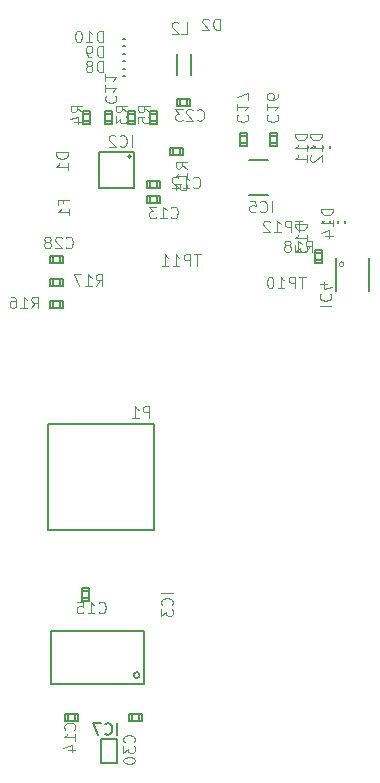
<source format=gbr>
G04 #@! TF.GenerationSoftware,KiCad,Pcbnew,5.0.2-bee76a0~70~ubuntu18.04.1*
G04 #@! TF.CreationDate,2019-10-21T17:09:24+02:00*
G04 #@! TF.ProjectId,easyhive_1_3,65617379-6869-4766-955f-315f332e6b69,rev?*
G04 #@! TF.SameCoordinates,Original*
G04 #@! TF.FileFunction,Legend,Bot*
G04 #@! TF.FilePolarity,Positive*
%FSLAX46Y46*%
G04 Gerber Fmt 4.6, Leading zero omitted, Abs format (unit mm)*
G04 Created by KiCad (PCBNEW 5.0.2-bee76a0~70~ubuntu18.04.1) date Mo 21 Okt 2019 17:09:24 CEST*
%MOMM*%
%LPD*%
G01*
G04 APERTURE LIST*
%ADD10C,0.127000*%
%ADD11C,0.152400*%
%ADD12C,0.100000*%
%ADD13C,0.203200*%
%ADD14C,0.150000*%
%ADD15C,0.096520*%
G04 APERTURE END LIST*
D10*
G04 #@! TO.C,IC3*
X144411100Y-125588600D02*
G75*
G03X144411100Y-125588600I-250000J0D01*
G01*
X144811100Y-126338600D02*
X144811100Y-121838600D01*
X136861100Y-126338600D02*
X144811100Y-126338600D01*
X136861100Y-121838600D02*
X136861100Y-126338600D01*
X144811100Y-121838600D02*
X136861100Y-121838600D01*
G04 #@! TO.C,C11*
X141450000Y-78050000D02*
X142050000Y-78050000D01*
X141450000Y-78650000D02*
X142050000Y-78650000D01*
X141450000Y-78050000D02*
X141450000Y-77800000D01*
X141450000Y-78650000D02*
X141450000Y-78050000D01*
X141450000Y-78900000D02*
X141450000Y-78650000D01*
X142050000Y-78050000D02*
X142050000Y-77800000D01*
X142050000Y-78650000D02*
X142050000Y-78050000D01*
X142050000Y-78900000D02*
X142050000Y-78650000D01*
X141450000Y-77800000D02*
X142050000Y-77800000D01*
X141450000Y-78900000D02*
X142050000Y-78900000D01*
G04 #@! TO.C,C12*
X145906100Y-83783600D02*
X145906100Y-84383600D01*
X145306100Y-83783600D02*
X145306100Y-84383600D01*
X145906100Y-83783600D02*
X146156100Y-83783600D01*
X145306100Y-83783600D02*
X145906100Y-83783600D01*
X145056100Y-83783600D02*
X145306100Y-83783600D01*
X145906100Y-84383600D02*
X146156100Y-84383600D01*
X145306100Y-84383600D02*
X145906100Y-84383600D01*
X145056100Y-84383600D02*
X145306100Y-84383600D01*
X146156100Y-83783600D02*
X146156100Y-84383600D01*
X145056100Y-83783600D02*
X145056100Y-84383600D01*
G04 #@! TO.C,C13*
X145906100Y-85053600D02*
X145906100Y-85653600D01*
X145306100Y-85053600D02*
X145306100Y-85653600D01*
X145906100Y-85053600D02*
X146156100Y-85053600D01*
X145306100Y-85053600D02*
X145906100Y-85053600D01*
X145056100Y-85053600D02*
X145306100Y-85053600D01*
X145906100Y-85653600D02*
X146156100Y-85653600D01*
X145306100Y-85653600D02*
X145906100Y-85653600D01*
X145056100Y-85653600D02*
X145306100Y-85653600D01*
X146156100Y-85053600D02*
X146156100Y-85653600D01*
X145056100Y-85053600D02*
X145056100Y-85653600D01*
D11*
G04 #@! TO.C,IC2*
X143931100Y-81313600D02*
X140931100Y-81313600D01*
X140931100Y-81313600D02*
X140931100Y-84313600D01*
X140931100Y-84313600D02*
X143931100Y-84313600D01*
X143931100Y-84313600D02*
X143931100Y-81313600D01*
X143681100Y-81688600D02*
G75*
G03X143681100Y-81688600I-125000J0D01*
G01*
D10*
G04 #@! TO.C,R3*
X144001100Y-78668600D02*
X143401100Y-78668600D01*
X144001100Y-78068600D02*
X143401100Y-78068600D01*
X144001100Y-78668600D02*
X144001100Y-78918600D01*
X144001100Y-78068600D02*
X144001100Y-78668600D01*
X144001100Y-77818600D02*
X144001100Y-78068600D01*
X143401100Y-78668600D02*
X143401100Y-78918600D01*
X143401100Y-78068600D02*
X143401100Y-78668600D01*
X143401100Y-77818600D02*
X143401100Y-78068600D01*
X144001100Y-78918600D02*
X143401100Y-78918600D01*
X144001100Y-77818600D02*
X143401100Y-77818600D01*
G04 #@! TO.C,R4*
X140191100Y-78668600D02*
X139591100Y-78668600D01*
X140191100Y-78068600D02*
X139591100Y-78068600D01*
X140191100Y-78668600D02*
X140191100Y-78918600D01*
X140191100Y-78068600D02*
X140191100Y-78668600D01*
X140191100Y-77818600D02*
X140191100Y-78068600D01*
X139591100Y-78668600D02*
X139591100Y-78918600D01*
X139591100Y-78068600D02*
X139591100Y-78668600D01*
X139591100Y-77818600D02*
X139591100Y-78068600D01*
X140191100Y-78918600D02*
X139591100Y-78918600D01*
X140191100Y-77818600D02*
X139591100Y-77818600D01*
G04 #@! TO.C,R5*
X145906100Y-78668600D02*
X145306100Y-78668600D01*
X145906100Y-78068600D02*
X145306100Y-78068600D01*
X145906100Y-78668600D02*
X145906100Y-78918600D01*
X145906100Y-78068600D02*
X145906100Y-78668600D01*
X145906100Y-77818600D02*
X145906100Y-78068600D01*
X145306100Y-78668600D02*
X145306100Y-78918600D01*
X145306100Y-78068600D02*
X145306100Y-78668600D01*
X145306100Y-77818600D02*
X145306100Y-78068600D01*
X145906100Y-78918600D02*
X145306100Y-78918600D01*
X145906100Y-77818600D02*
X145306100Y-77818600D01*
G04 #@! TO.C,C14*
X138321100Y-129468600D02*
X138321100Y-128868600D01*
X138921100Y-129468600D02*
X138921100Y-128868600D01*
X138321100Y-129468600D02*
X138071100Y-129468600D01*
X138921100Y-129468600D02*
X138321100Y-129468600D01*
X139171100Y-129468600D02*
X138921100Y-129468600D01*
X138321100Y-128868600D02*
X138071100Y-128868600D01*
X138921100Y-128868600D02*
X138321100Y-128868600D01*
X139171100Y-128868600D02*
X138921100Y-128868600D01*
X138071100Y-129468600D02*
X138071100Y-128868600D01*
X139171100Y-129468600D02*
X139171100Y-128868600D01*
G04 #@! TO.C,C15*
X139500000Y-118500000D02*
X140100000Y-118500000D01*
X139500000Y-119100000D02*
X140100000Y-119100000D01*
X139500000Y-118500000D02*
X139500000Y-118250000D01*
X139500000Y-119100000D02*
X139500000Y-118500000D01*
X139500000Y-119350000D02*
X139500000Y-119100000D01*
X140100000Y-118500000D02*
X140100000Y-118250000D01*
X140100000Y-119100000D02*
X140100000Y-118500000D01*
X140100000Y-119350000D02*
X140100000Y-119100000D01*
X139500000Y-118250000D02*
X140100000Y-118250000D01*
X139500000Y-119350000D02*
X140100000Y-119350000D01*
D12*
G04 #@! TO.C,IC4*
X161716100Y-90803600D02*
G75*
G03X161716100Y-90803600I-200000J0D01*
G01*
D13*
X161016100Y-93103600D02*
X161016100Y-90303600D01*
X163866100Y-90303600D02*
X163866100Y-93103600D01*
D10*
G04 #@! TO.C,IC5*
X155296100Y-81948600D02*
X153696100Y-81948600D01*
X153696100Y-84948600D02*
X155296100Y-84948600D01*
G04 #@! TO.C,C16*
X155466100Y-79973600D02*
X156066100Y-79973600D01*
X155466100Y-80573600D02*
X156066100Y-80573600D01*
X155466100Y-79973600D02*
X155466100Y-79723600D01*
X155466100Y-80573600D02*
X155466100Y-79973600D01*
X155466100Y-80823600D02*
X155466100Y-80573600D01*
X156066100Y-79973600D02*
X156066100Y-79723600D01*
X156066100Y-80573600D02*
X156066100Y-79973600D01*
X156066100Y-80823600D02*
X156066100Y-80573600D01*
X155466100Y-79723600D02*
X156066100Y-79723600D01*
X155466100Y-80823600D02*
X156066100Y-80823600D01*
G04 #@! TO.C,C17*
X152926100Y-79973600D02*
X153526100Y-79973600D01*
X152926100Y-80573600D02*
X153526100Y-80573600D01*
X152926100Y-79973600D02*
X152926100Y-79723600D01*
X152926100Y-80573600D02*
X152926100Y-79973600D01*
X152926100Y-80823600D02*
X152926100Y-80573600D01*
X153526100Y-79973600D02*
X153526100Y-79723600D01*
X153526100Y-80573600D02*
X153526100Y-79973600D01*
X153526100Y-80823600D02*
X153526100Y-80573600D01*
X152926100Y-79723600D02*
X153526100Y-79723600D01*
X152926100Y-80823600D02*
X153526100Y-80823600D01*
G04 #@! TO.C,D8*
X142966100Y-74258600D02*
X143166100Y-74258600D01*
X142966100Y-74858600D02*
X143166100Y-74858600D01*
G04 #@! TO.C,D9*
X142966100Y-72988600D02*
X143166100Y-72988600D01*
X142966100Y-73588600D02*
X143166100Y-73588600D01*
D13*
G04 #@! TO.C,L2*
X147546100Y-74823600D02*
X147546100Y-73023600D01*
X148746100Y-73023600D02*
X148746100Y-74823600D01*
D10*
G04 #@! TO.C,D10*
X142966100Y-71718600D02*
X143166100Y-71718600D01*
X142966100Y-72318600D02*
X143166100Y-72318600D01*
G04 #@! TO.C,C23*
X148446100Y-76798600D02*
X148446100Y-77398600D01*
X147846100Y-76798600D02*
X147846100Y-77398600D01*
X148446100Y-76798600D02*
X148696100Y-76798600D01*
X147846100Y-76798600D02*
X148446100Y-76798600D01*
X147596100Y-76798600D02*
X147846100Y-76798600D01*
X148446100Y-77398600D02*
X148696100Y-77398600D01*
X147846100Y-77398600D02*
X148446100Y-77398600D01*
X147596100Y-77398600D02*
X147846100Y-77398600D01*
X148696100Y-76798600D02*
X148696100Y-77398600D01*
X147596100Y-76798600D02*
X147596100Y-77398600D01*
G04 #@! TO.C,P1*
X145661100Y-104348600D02*
X136661100Y-104348600D01*
X145661100Y-113348600D02*
X145661100Y-104348600D01*
X136661100Y-113348600D02*
X145661100Y-113348600D01*
X136661100Y-104348600D02*
X136661100Y-113348600D01*
G04 #@! TO.C,R16*
X137051100Y-94543600D02*
X137051100Y-93943600D01*
X137651100Y-94543600D02*
X137651100Y-93943600D01*
X137051100Y-94543600D02*
X136801100Y-94543600D01*
X137651100Y-94543600D02*
X137051100Y-94543600D01*
X137901100Y-94543600D02*
X137651100Y-94543600D01*
X137051100Y-93943600D02*
X136801100Y-93943600D01*
X137651100Y-93943600D02*
X137051100Y-93943600D01*
X137901100Y-93943600D02*
X137651100Y-93943600D01*
X136801100Y-94543600D02*
X136801100Y-93943600D01*
X137901100Y-94543600D02*
X137901100Y-93943600D01*
G04 #@! TO.C,R17*
X137651100Y-92038600D02*
X137651100Y-92638600D01*
X137051100Y-92038600D02*
X137051100Y-92638600D01*
X137651100Y-92038600D02*
X137901100Y-92038600D01*
X137051100Y-92038600D02*
X137651100Y-92038600D01*
X136801100Y-92038600D02*
X137051100Y-92038600D01*
X137651100Y-92638600D02*
X137901100Y-92638600D01*
X137051100Y-92638600D02*
X137651100Y-92638600D01*
X136801100Y-92638600D02*
X137051100Y-92638600D01*
X137901100Y-92038600D02*
X137901100Y-92638600D01*
X136801100Y-92038600D02*
X136801100Y-92638600D01*
G04 #@! TO.C,C28*
X137051100Y-90733600D02*
X137051100Y-90133600D01*
X137651100Y-90733600D02*
X137651100Y-90133600D01*
X137051100Y-90733600D02*
X136801100Y-90733600D01*
X137651100Y-90733600D02*
X137051100Y-90733600D01*
X137901100Y-90733600D02*
X137651100Y-90733600D01*
X137051100Y-90133600D02*
X136801100Y-90133600D01*
X137651100Y-90133600D02*
X137051100Y-90133600D01*
X137901100Y-90133600D02*
X137651100Y-90133600D01*
X136801100Y-90733600D02*
X136801100Y-90133600D01*
X137901100Y-90733600D02*
X137901100Y-90133600D01*
G04 #@! TO.C,R18*
X159876100Y-90416100D02*
X159276100Y-90416100D01*
X159876100Y-89816100D02*
X159276100Y-89816100D01*
X159876100Y-90416100D02*
X159876100Y-90666100D01*
X159876100Y-89816100D02*
X159876100Y-90416100D01*
X159876100Y-89566100D02*
X159876100Y-89816100D01*
X159276100Y-90416100D02*
X159276100Y-90666100D01*
X159276100Y-89816100D02*
X159276100Y-90416100D01*
X159276100Y-89566100D02*
X159276100Y-89816100D01*
X159876100Y-90666100D02*
X159276100Y-90666100D01*
X159876100Y-89566100D02*
X159276100Y-89566100D01*
G04 #@! TO.C,D11*
X159241100Y-80808600D02*
X159241100Y-81008600D01*
X158641100Y-80808600D02*
X158641100Y-81008600D01*
G04 #@! TO.C,D12*
X160511100Y-80808600D02*
X160511100Y-81008600D01*
X159911100Y-80808600D02*
X159911100Y-81008600D01*
G04 #@! TO.C,D13*
X159911100Y-87358600D02*
X159911100Y-87158600D01*
X160511100Y-87358600D02*
X160511100Y-87158600D01*
G04 #@! TO.C,D14*
X161181100Y-87358600D02*
X161181100Y-87158600D01*
X161781100Y-87358600D02*
X161781100Y-87158600D01*
G04 #@! TO.C,R15*
X147211100Y-81526100D02*
X147211100Y-80926100D01*
X147811100Y-81526100D02*
X147811100Y-80926100D01*
X147211100Y-81526100D02*
X146961100Y-81526100D01*
X147811100Y-81526100D02*
X147211100Y-81526100D01*
X148061100Y-81526100D02*
X147811100Y-81526100D01*
X147211100Y-80926100D02*
X146961100Y-80926100D01*
X147811100Y-80926100D02*
X147211100Y-80926100D01*
X148061100Y-80926100D02*
X147811100Y-80926100D01*
X146961100Y-81526100D02*
X146961100Y-80926100D01*
X148061100Y-81526100D02*
X148061100Y-80926100D01*
D14*
G04 #@! TO.C,IC7*
X142449226Y-133020792D02*
X142449226Y-131020792D01*
X142449226Y-131020792D02*
X141149226Y-131020792D01*
X141149226Y-131020792D02*
X141149226Y-133020792D01*
X141149226Y-133020792D02*
X142449226Y-133020792D01*
D10*
G04 #@! TO.C,C30*
X143750000Y-129450000D02*
X143750000Y-128850000D01*
X144350000Y-129450000D02*
X144350000Y-128850000D01*
X143750000Y-129450000D02*
X143500000Y-129450000D01*
X144350000Y-129450000D02*
X143750000Y-129450000D01*
X144600000Y-129450000D02*
X144350000Y-129450000D01*
X143750000Y-128850000D02*
X143500000Y-128850000D01*
X144350000Y-128850000D02*
X143750000Y-128850000D01*
X144600000Y-128850000D02*
X144350000Y-128850000D01*
X143500000Y-129450000D02*
X143500000Y-128850000D01*
X144600000Y-129450000D02*
X144600000Y-128850000D01*
G04 #@! TO.C,IC3*
D15*
X147207838Y-118661614D02*
X146242638Y-118661614D01*
X147115914Y-119672776D02*
X147161876Y-119626814D01*
X147207838Y-119488928D01*
X147207838Y-119397004D01*
X147161876Y-119259119D01*
X147069952Y-119167195D01*
X146978028Y-119121233D01*
X146794180Y-119075271D01*
X146656295Y-119075271D01*
X146472447Y-119121233D01*
X146380523Y-119167195D01*
X146288600Y-119259119D01*
X146242638Y-119397004D01*
X146242638Y-119488928D01*
X146288600Y-119626814D01*
X146334561Y-119672776D01*
X146242638Y-119994509D02*
X146242638Y-120592014D01*
X146610333Y-120270281D01*
X146610333Y-120408166D01*
X146656295Y-120500090D01*
X146702257Y-120546052D01*
X146794180Y-120592014D01*
X147023990Y-120592014D01*
X147115914Y-120546052D01*
X147161876Y-120500090D01*
X147207838Y-120408166D01*
X147207838Y-120132395D01*
X147161876Y-120040471D01*
X147115914Y-119994509D01*
G04 #@! TO.C,D1*
X138305138Y-81348647D02*
X137339938Y-81348647D01*
X137339938Y-81578457D01*
X137385900Y-81716342D01*
X137477823Y-81808266D01*
X137569747Y-81854228D01*
X137753595Y-81900190D01*
X137891480Y-81900190D01*
X138075328Y-81854228D01*
X138167252Y-81808266D01*
X138259176Y-81716342D01*
X138305138Y-81578457D01*
X138305138Y-81348647D01*
X138305138Y-82819428D02*
X138305138Y-82267885D01*
X138305138Y-82543657D02*
X137339938Y-82543657D01*
X137477823Y-82451733D01*
X137569747Y-82359809D01*
X137615709Y-82267885D01*
G04 #@! TO.C,D2*
X151176052Y-70972638D02*
X151176052Y-70007438D01*
X150946242Y-70007438D01*
X150808357Y-70053400D01*
X150716433Y-70145323D01*
X150670471Y-70237247D01*
X150624509Y-70421095D01*
X150624509Y-70558980D01*
X150670471Y-70742828D01*
X150716433Y-70834752D01*
X150808357Y-70926676D01*
X150946242Y-70972638D01*
X151176052Y-70972638D01*
X150256814Y-70099361D02*
X150210852Y-70053400D01*
X150118928Y-70007438D01*
X149889119Y-70007438D01*
X149797195Y-70053400D01*
X149751233Y-70099361D01*
X149705271Y-70191285D01*
X149705271Y-70283209D01*
X149751233Y-70421095D01*
X150302776Y-70972638D01*
X149705271Y-70972638D01*
G04 #@! TO.C,C11*
X141570385Y-76553409D02*
X141524423Y-76599371D01*
X141478461Y-76737257D01*
X141478461Y-76829181D01*
X141524423Y-76967066D01*
X141616347Y-77058990D01*
X141708271Y-77104952D01*
X141892119Y-77150914D01*
X142030004Y-77150914D01*
X142213852Y-77104952D01*
X142305776Y-77058990D01*
X142397700Y-76967066D01*
X142443661Y-76829181D01*
X142443661Y-76737257D01*
X142397700Y-76599371D01*
X142351738Y-76553409D01*
X141478461Y-75634171D02*
X141478461Y-76185714D01*
X141478461Y-75909942D02*
X142443661Y-75909942D01*
X142305776Y-76001866D01*
X142213852Y-76093790D01*
X142167890Y-76185714D01*
X141478461Y-74714933D02*
X141478461Y-75266476D01*
X141478461Y-74990704D02*
X142443661Y-74990704D01*
X142305776Y-75082628D01*
X142213852Y-75174552D01*
X142167890Y-75266476D01*
G04 #@! TO.C,C12*
X148961161Y-84275914D02*
X149007123Y-84321876D01*
X149145009Y-84367838D01*
X149236933Y-84367838D01*
X149374818Y-84321876D01*
X149466742Y-84229952D01*
X149512704Y-84138028D01*
X149558666Y-83954180D01*
X149558666Y-83816295D01*
X149512704Y-83632447D01*
X149466742Y-83540523D01*
X149374818Y-83448600D01*
X149236933Y-83402638D01*
X149145009Y-83402638D01*
X149007123Y-83448600D01*
X148961161Y-83494561D01*
X148041923Y-84367838D02*
X148593466Y-84367838D01*
X148317695Y-84367838D02*
X148317695Y-83402638D01*
X148409618Y-83540523D01*
X148501542Y-83632447D01*
X148593466Y-83678409D01*
X147674228Y-83494561D02*
X147628266Y-83448600D01*
X147536342Y-83402638D01*
X147306533Y-83402638D01*
X147214609Y-83448600D01*
X147168647Y-83494561D01*
X147122685Y-83586485D01*
X147122685Y-83678409D01*
X147168647Y-83816295D01*
X147720190Y-84367838D01*
X147122685Y-84367838D01*
G04 #@! TO.C,C13*
X147056161Y-86815914D02*
X147102123Y-86861876D01*
X147240009Y-86907838D01*
X147331933Y-86907838D01*
X147469818Y-86861876D01*
X147561742Y-86769952D01*
X147607704Y-86678028D01*
X147653666Y-86494180D01*
X147653666Y-86356295D01*
X147607704Y-86172447D01*
X147561742Y-86080523D01*
X147469818Y-85988600D01*
X147331933Y-85942638D01*
X147240009Y-85942638D01*
X147102123Y-85988600D01*
X147056161Y-86034561D01*
X146136923Y-86907838D02*
X146688466Y-86907838D01*
X146412695Y-86907838D02*
X146412695Y-85942638D01*
X146504618Y-86080523D01*
X146596542Y-86172447D01*
X146688466Y-86218409D01*
X145815190Y-85942638D02*
X145217685Y-85942638D01*
X145539418Y-86310333D01*
X145401533Y-86310333D01*
X145309609Y-86356295D01*
X145263647Y-86402257D01*
X145217685Y-86494180D01*
X145217685Y-86723990D01*
X145263647Y-86815914D01*
X145309609Y-86861876D01*
X145401533Y-86907838D01*
X145677304Y-86907838D01*
X145769228Y-86861876D01*
X145815190Y-86815914D01*
G04 #@! TO.C,IC2*
X143726052Y-80862638D02*
X143726052Y-79897438D01*
X142714890Y-80770714D02*
X142760852Y-80816676D01*
X142898738Y-80862638D01*
X142990662Y-80862638D01*
X143128547Y-80816676D01*
X143220471Y-80724752D01*
X143266433Y-80632828D01*
X143312395Y-80448980D01*
X143312395Y-80311095D01*
X143266433Y-80127247D01*
X143220471Y-80035323D01*
X143128547Y-79943400D01*
X142990662Y-79897438D01*
X142898738Y-79897438D01*
X142760852Y-79943400D01*
X142714890Y-79989361D01*
X142347195Y-79989361D02*
X142301233Y-79943400D01*
X142209309Y-79897438D01*
X141979500Y-79897438D01*
X141887576Y-79943400D01*
X141841614Y-79989361D01*
X141795652Y-80081285D01*
X141795652Y-80173209D01*
X141841614Y-80311095D01*
X142393157Y-80862638D01*
X141795652Y-80862638D01*
G04 #@! TO.C,R3*
X143337638Y-77942690D02*
X142878019Y-77620957D01*
X143337638Y-77391147D02*
X142372438Y-77391147D01*
X142372438Y-77758842D01*
X142418400Y-77850766D01*
X142464361Y-77896728D01*
X142556285Y-77942690D01*
X142694171Y-77942690D01*
X142786095Y-77896728D01*
X142832057Y-77850766D01*
X142878019Y-77758842D01*
X142878019Y-77391147D01*
X142372438Y-78264423D02*
X142372438Y-78861928D01*
X142740133Y-78540195D01*
X142740133Y-78678080D01*
X142786095Y-78770004D01*
X142832057Y-78815966D01*
X142923980Y-78861928D01*
X143153790Y-78861928D01*
X143245714Y-78815966D01*
X143291676Y-78770004D01*
X143337638Y-78678080D01*
X143337638Y-78402309D01*
X143291676Y-78310385D01*
X143245714Y-78264423D01*
G04 #@! TO.C,R4*
X139527638Y-77942690D02*
X139068019Y-77620957D01*
X139527638Y-77391147D02*
X138562438Y-77391147D01*
X138562438Y-77758842D01*
X138608400Y-77850766D01*
X138654361Y-77896728D01*
X138746285Y-77942690D01*
X138884171Y-77942690D01*
X138976095Y-77896728D01*
X139022057Y-77850766D01*
X139068019Y-77758842D01*
X139068019Y-77391147D01*
X138884171Y-78770004D02*
X139527638Y-78770004D01*
X138516476Y-78540195D02*
X139205904Y-78310385D01*
X139205904Y-78907890D01*
G04 #@! TO.C,R5*
X145242638Y-77942690D02*
X144783019Y-77620957D01*
X145242638Y-77391147D02*
X144277438Y-77391147D01*
X144277438Y-77758842D01*
X144323400Y-77850766D01*
X144369361Y-77896728D01*
X144461285Y-77942690D01*
X144599171Y-77942690D01*
X144691095Y-77896728D01*
X144737057Y-77850766D01*
X144783019Y-77758842D01*
X144783019Y-77391147D01*
X144277438Y-78815966D02*
X144277438Y-78356347D01*
X144737057Y-78310385D01*
X144691095Y-78356347D01*
X144645133Y-78448271D01*
X144645133Y-78678080D01*
X144691095Y-78770004D01*
X144737057Y-78815966D01*
X144828980Y-78861928D01*
X145058790Y-78861928D01*
X145150714Y-78815966D01*
X145196676Y-78770004D01*
X145242638Y-78678080D01*
X145242638Y-78448271D01*
X145196676Y-78356347D01*
X145150714Y-78310385D01*
G04 #@! TO.C,C14*
X138877314Y-130214938D02*
X138923276Y-130168976D01*
X138969238Y-130031090D01*
X138969238Y-129939166D01*
X138923276Y-129801281D01*
X138831352Y-129709357D01*
X138739428Y-129663395D01*
X138555580Y-129617433D01*
X138417695Y-129617433D01*
X138233847Y-129663395D01*
X138141923Y-129709357D01*
X138050000Y-129801281D01*
X138004038Y-129939166D01*
X138004038Y-130031090D01*
X138050000Y-130168976D01*
X138095961Y-130214938D01*
X138969238Y-131134176D02*
X138969238Y-130582633D01*
X138969238Y-130858404D02*
X138004038Y-130858404D01*
X138141923Y-130766481D01*
X138233847Y-130674557D01*
X138279809Y-130582633D01*
X138325771Y-131961490D02*
X138969238Y-131961490D01*
X137958076Y-131731681D02*
X138647504Y-131501871D01*
X138647504Y-132099376D01*
G04 #@! TO.C,C15*
X140932561Y-120262314D02*
X140978523Y-120308276D01*
X141116409Y-120354238D01*
X141208333Y-120354238D01*
X141346218Y-120308276D01*
X141438142Y-120216352D01*
X141484104Y-120124428D01*
X141530066Y-119940580D01*
X141530066Y-119802695D01*
X141484104Y-119618847D01*
X141438142Y-119526923D01*
X141346218Y-119435000D01*
X141208333Y-119389038D01*
X141116409Y-119389038D01*
X140978523Y-119435000D01*
X140932561Y-119480961D01*
X140013323Y-120354238D02*
X140564866Y-120354238D01*
X140289095Y-120354238D02*
X140289095Y-119389038D01*
X140381018Y-119526923D01*
X140472942Y-119618847D01*
X140564866Y-119664809D01*
X139140047Y-119389038D02*
X139599666Y-119389038D01*
X139645628Y-119848657D01*
X139599666Y-119802695D01*
X139507742Y-119756733D01*
X139277933Y-119756733D01*
X139186009Y-119802695D01*
X139140047Y-119848657D01*
X139094085Y-119940580D01*
X139094085Y-120170390D01*
X139140047Y-120262314D01*
X139186009Y-120308276D01*
X139277933Y-120354238D01*
X139507742Y-120354238D01*
X139599666Y-120308276D01*
X139645628Y-120262314D01*
G04 #@! TO.C,IC4*
X159659561Y-94306052D02*
X160624761Y-94306052D01*
X159751485Y-93294890D02*
X159705523Y-93340852D01*
X159659561Y-93478738D01*
X159659561Y-93570662D01*
X159705523Y-93708547D01*
X159797447Y-93800471D01*
X159889371Y-93846433D01*
X160073219Y-93892395D01*
X160211104Y-93892395D01*
X160394952Y-93846433D01*
X160486876Y-93800471D01*
X160578800Y-93708547D01*
X160624761Y-93570662D01*
X160624761Y-93478738D01*
X160578800Y-93340852D01*
X160532838Y-93294890D01*
X160303028Y-92467576D02*
X159659561Y-92467576D01*
X160670723Y-92697385D02*
X159981295Y-92927195D01*
X159981295Y-92329690D01*
G04 #@! TO.C,IC5*
X155636052Y-86415138D02*
X155636052Y-85449938D01*
X154624890Y-86323214D02*
X154670852Y-86369176D01*
X154808738Y-86415138D01*
X154900662Y-86415138D01*
X155038547Y-86369176D01*
X155130471Y-86277252D01*
X155176433Y-86185328D01*
X155222395Y-86001480D01*
X155222395Y-85863595D01*
X155176433Y-85679747D01*
X155130471Y-85587823D01*
X155038547Y-85495900D01*
X154900662Y-85449938D01*
X154808738Y-85449938D01*
X154670852Y-85495900D01*
X154624890Y-85541861D01*
X153751614Y-85449938D02*
X154211233Y-85449938D01*
X154257195Y-85909557D01*
X154211233Y-85863595D01*
X154119309Y-85817633D01*
X153889500Y-85817633D01*
X153797576Y-85863595D01*
X153751614Y-85909557D01*
X153705652Y-86001480D01*
X153705652Y-86231290D01*
X153751614Y-86323214D01*
X153797576Y-86369176D01*
X153889500Y-86415138D01*
X154119309Y-86415138D01*
X154211233Y-86369176D01*
X154257195Y-86323214D01*
G04 #@! TO.C,C16*
X155268985Y-78159509D02*
X155223023Y-78205471D01*
X155177061Y-78343357D01*
X155177061Y-78435281D01*
X155223023Y-78573166D01*
X155314947Y-78665090D01*
X155406871Y-78711052D01*
X155590719Y-78757014D01*
X155728604Y-78757014D01*
X155912452Y-78711052D01*
X156004376Y-78665090D01*
X156096300Y-78573166D01*
X156142261Y-78435281D01*
X156142261Y-78343357D01*
X156096300Y-78205471D01*
X156050338Y-78159509D01*
X155177061Y-77240271D02*
X155177061Y-77791814D01*
X155177061Y-77516042D02*
X156142261Y-77516042D01*
X156004376Y-77607966D01*
X155912452Y-77699890D01*
X155866490Y-77791814D01*
X156142261Y-76412957D02*
X156142261Y-76596804D01*
X156096300Y-76688728D01*
X156050338Y-76734690D01*
X155912452Y-76826614D01*
X155728604Y-76872576D01*
X155360909Y-76872576D01*
X155268985Y-76826614D01*
X155223023Y-76780652D01*
X155177061Y-76688728D01*
X155177061Y-76504881D01*
X155223023Y-76412957D01*
X155268985Y-76366995D01*
X155360909Y-76321033D01*
X155590719Y-76321033D01*
X155682642Y-76366995D01*
X155728604Y-76412957D01*
X155774566Y-76504881D01*
X155774566Y-76688728D01*
X155728604Y-76780652D01*
X155682642Y-76826614D01*
X155590719Y-76872576D01*
G04 #@! TO.C,C17*
X152728985Y-78159509D02*
X152683023Y-78205471D01*
X152637061Y-78343357D01*
X152637061Y-78435281D01*
X152683023Y-78573166D01*
X152774947Y-78665090D01*
X152866871Y-78711052D01*
X153050719Y-78757014D01*
X153188604Y-78757014D01*
X153372452Y-78711052D01*
X153464376Y-78665090D01*
X153556300Y-78573166D01*
X153602261Y-78435281D01*
X153602261Y-78343357D01*
X153556300Y-78205471D01*
X153510338Y-78159509D01*
X152637061Y-77240271D02*
X152637061Y-77791814D01*
X152637061Y-77516042D02*
X153602261Y-77516042D01*
X153464376Y-77607966D01*
X153372452Y-77699890D01*
X153326490Y-77791814D01*
X153602261Y-76918538D02*
X153602261Y-76275071D01*
X152637061Y-76688728D01*
G04 #@! TO.C,D8*
X141333552Y-74547638D02*
X141333552Y-73582438D01*
X141103742Y-73582438D01*
X140965857Y-73628400D01*
X140873933Y-73720323D01*
X140827971Y-73812247D01*
X140782009Y-73996095D01*
X140782009Y-74133980D01*
X140827971Y-74317828D01*
X140873933Y-74409752D01*
X140965857Y-74501676D01*
X141103742Y-74547638D01*
X141333552Y-74547638D01*
X140230466Y-73996095D02*
X140322390Y-73950133D01*
X140368352Y-73904171D01*
X140414314Y-73812247D01*
X140414314Y-73766285D01*
X140368352Y-73674361D01*
X140322390Y-73628400D01*
X140230466Y-73582438D01*
X140046619Y-73582438D01*
X139954695Y-73628400D01*
X139908733Y-73674361D01*
X139862771Y-73766285D01*
X139862771Y-73812247D01*
X139908733Y-73904171D01*
X139954695Y-73950133D01*
X140046619Y-73996095D01*
X140230466Y-73996095D01*
X140322390Y-74042057D01*
X140368352Y-74088019D01*
X140414314Y-74179942D01*
X140414314Y-74363790D01*
X140368352Y-74455714D01*
X140322390Y-74501676D01*
X140230466Y-74547638D01*
X140046619Y-74547638D01*
X139954695Y-74501676D01*
X139908733Y-74455714D01*
X139862771Y-74363790D01*
X139862771Y-74179942D01*
X139908733Y-74088019D01*
X139954695Y-74042057D01*
X140046619Y-73996095D01*
G04 #@! TO.C,D9*
X141333552Y-73277638D02*
X141333552Y-72312438D01*
X141103742Y-72312438D01*
X140965857Y-72358400D01*
X140873933Y-72450323D01*
X140827971Y-72542247D01*
X140782009Y-72726095D01*
X140782009Y-72863980D01*
X140827971Y-73047828D01*
X140873933Y-73139752D01*
X140965857Y-73231676D01*
X141103742Y-73277638D01*
X141333552Y-73277638D01*
X140322390Y-73277638D02*
X140138542Y-73277638D01*
X140046619Y-73231676D01*
X140000657Y-73185714D01*
X139908733Y-73047828D01*
X139862771Y-72863980D01*
X139862771Y-72496285D01*
X139908733Y-72404361D01*
X139954695Y-72358400D01*
X140046619Y-72312438D01*
X140230466Y-72312438D01*
X140322390Y-72358400D01*
X140368352Y-72404361D01*
X140414314Y-72496285D01*
X140414314Y-72726095D01*
X140368352Y-72818019D01*
X140322390Y-72863980D01*
X140230466Y-72909942D01*
X140046619Y-72909942D01*
X139954695Y-72863980D01*
X139908733Y-72818019D01*
X139862771Y-72726095D01*
G04 #@! TO.C,L2*
X147949433Y-71293138D02*
X148409052Y-71293138D01*
X148409052Y-70327938D01*
X147673662Y-70419861D02*
X147627700Y-70373900D01*
X147535776Y-70327938D01*
X147305966Y-70327938D01*
X147214042Y-70373900D01*
X147168081Y-70419861D01*
X147122119Y-70511785D01*
X147122119Y-70603709D01*
X147168081Y-70741595D01*
X147719623Y-71293138D01*
X147122119Y-71293138D01*
G04 #@! TO.C,D10*
X141333552Y-72007638D02*
X141333552Y-71042438D01*
X141103742Y-71042438D01*
X140965857Y-71088400D01*
X140873933Y-71180323D01*
X140827971Y-71272247D01*
X140782009Y-71456095D01*
X140782009Y-71593980D01*
X140827971Y-71777828D01*
X140873933Y-71869752D01*
X140965857Y-71961676D01*
X141103742Y-72007638D01*
X141333552Y-72007638D01*
X139862771Y-72007638D02*
X140414314Y-72007638D01*
X140138542Y-72007638D02*
X140138542Y-71042438D01*
X140230466Y-71180323D01*
X140322390Y-71272247D01*
X140414314Y-71318209D01*
X139265266Y-71042438D02*
X139173342Y-71042438D01*
X139081419Y-71088400D01*
X139035457Y-71134361D01*
X138989495Y-71226285D01*
X138943533Y-71410133D01*
X138943533Y-71639942D01*
X138989495Y-71823790D01*
X139035457Y-71915714D01*
X139081419Y-71961676D01*
X139173342Y-72007638D01*
X139265266Y-72007638D01*
X139357190Y-71961676D01*
X139403152Y-71915714D01*
X139449114Y-71823790D01*
X139495076Y-71639942D01*
X139495076Y-71410133D01*
X139449114Y-71226285D01*
X139403152Y-71134361D01*
X139357190Y-71088400D01*
X139265266Y-71042438D01*
G04 #@! TO.C,C23*
X149278661Y-78560914D02*
X149324623Y-78606876D01*
X149462509Y-78652838D01*
X149554433Y-78652838D01*
X149692318Y-78606876D01*
X149784242Y-78514952D01*
X149830204Y-78423028D01*
X149876166Y-78239180D01*
X149876166Y-78101295D01*
X149830204Y-77917447D01*
X149784242Y-77825523D01*
X149692318Y-77733600D01*
X149554433Y-77687638D01*
X149462509Y-77687638D01*
X149324623Y-77733600D01*
X149278661Y-77779561D01*
X148910966Y-77779561D02*
X148865004Y-77733600D01*
X148773080Y-77687638D01*
X148543271Y-77687638D01*
X148451347Y-77733600D01*
X148405385Y-77779561D01*
X148359423Y-77871485D01*
X148359423Y-77963409D01*
X148405385Y-78101295D01*
X148956928Y-78652838D01*
X148359423Y-78652838D01*
X148037690Y-77687638D02*
X147440185Y-77687638D01*
X147761918Y-78055333D01*
X147624033Y-78055333D01*
X147532109Y-78101295D01*
X147486147Y-78147257D01*
X147440185Y-78239180D01*
X147440185Y-78468990D01*
X147486147Y-78560914D01*
X147532109Y-78606876D01*
X147624033Y-78652838D01*
X147899804Y-78652838D01*
X147991728Y-78606876D01*
X148037690Y-78560914D01*
G04 #@! TO.C,F1*
X137942557Y-85650380D02*
X137942557Y-85328647D01*
X138448138Y-85328647D02*
X137482938Y-85328647D01*
X137482938Y-85788266D01*
X138448138Y-86661542D02*
X138448138Y-86109999D01*
X138448138Y-86385771D02*
X137482938Y-86385771D01*
X137620823Y-86293847D01*
X137712747Y-86201923D01*
X137758709Y-86109999D01*
G04 #@! TO.C,P1*
X145233552Y-103802638D02*
X145233552Y-102837438D01*
X144865857Y-102837438D01*
X144773933Y-102883400D01*
X144727971Y-102929361D01*
X144682009Y-103021285D01*
X144682009Y-103159171D01*
X144727971Y-103251095D01*
X144773933Y-103297057D01*
X144865857Y-103343019D01*
X145233552Y-103343019D01*
X143762771Y-103802638D02*
X144314314Y-103802638D01*
X144038542Y-103802638D02*
X144038542Y-102837438D01*
X144130466Y-102975323D01*
X144222390Y-103067247D01*
X144314314Y-103113209D01*
G04 #@! TO.C,R16*
X135237009Y-94515138D02*
X135558742Y-94055519D01*
X135788552Y-94515138D02*
X135788552Y-93549938D01*
X135420857Y-93549938D01*
X135328933Y-93595900D01*
X135282971Y-93641861D01*
X135237009Y-93733785D01*
X135237009Y-93871671D01*
X135282971Y-93963595D01*
X135328933Y-94009557D01*
X135420857Y-94055519D01*
X135788552Y-94055519D01*
X134317771Y-94515138D02*
X134869314Y-94515138D01*
X134593542Y-94515138D02*
X134593542Y-93549938D01*
X134685466Y-93687823D01*
X134777390Y-93779747D01*
X134869314Y-93825709D01*
X133490457Y-93549938D02*
X133674304Y-93549938D01*
X133766228Y-93595900D01*
X133812190Y-93641861D01*
X133904114Y-93779747D01*
X133950076Y-93963595D01*
X133950076Y-94331290D01*
X133904114Y-94423214D01*
X133858152Y-94469176D01*
X133766228Y-94515138D01*
X133582381Y-94515138D01*
X133490457Y-94469176D01*
X133444495Y-94423214D01*
X133398533Y-94331290D01*
X133398533Y-94101480D01*
X133444495Y-94009557D01*
X133490457Y-93963595D01*
X133582381Y-93917633D01*
X133766228Y-93917633D01*
X133858152Y-93963595D01*
X133904114Y-94009557D01*
X133950076Y-94101480D01*
G04 #@! TO.C,R17*
X140706161Y-92622838D02*
X141027895Y-92163219D01*
X141257704Y-92622838D02*
X141257704Y-91657638D01*
X140890009Y-91657638D01*
X140798085Y-91703600D01*
X140752123Y-91749561D01*
X140706161Y-91841485D01*
X140706161Y-91979371D01*
X140752123Y-92071295D01*
X140798085Y-92117257D01*
X140890009Y-92163219D01*
X141257704Y-92163219D01*
X139786923Y-92622838D02*
X140338466Y-92622838D01*
X140062695Y-92622838D02*
X140062695Y-91657638D01*
X140154618Y-91795523D01*
X140246542Y-91887447D01*
X140338466Y-91933409D01*
X139465190Y-91657638D02*
X138821723Y-91657638D01*
X139235380Y-92622838D01*
G04 #@! TO.C,C28*
X138166161Y-89355914D02*
X138212123Y-89401876D01*
X138350009Y-89447838D01*
X138441933Y-89447838D01*
X138579818Y-89401876D01*
X138671742Y-89309952D01*
X138717704Y-89218028D01*
X138763666Y-89034180D01*
X138763666Y-88896295D01*
X138717704Y-88712447D01*
X138671742Y-88620523D01*
X138579818Y-88528600D01*
X138441933Y-88482638D01*
X138350009Y-88482638D01*
X138212123Y-88528600D01*
X138166161Y-88574561D01*
X137798466Y-88574561D02*
X137752504Y-88528600D01*
X137660580Y-88482638D01*
X137430771Y-88482638D01*
X137338847Y-88528600D01*
X137292885Y-88574561D01*
X137246923Y-88666485D01*
X137246923Y-88758409D01*
X137292885Y-88896295D01*
X137844428Y-89447838D01*
X137246923Y-89447838D01*
X136695380Y-88896295D02*
X136787304Y-88850333D01*
X136833266Y-88804371D01*
X136879228Y-88712447D01*
X136879228Y-88666485D01*
X136833266Y-88574561D01*
X136787304Y-88528600D01*
X136695380Y-88482638D01*
X136511533Y-88482638D01*
X136419609Y-88528600D01*
X136373647Y-88574561D01*
X136327685Y-88666485D01*
X136327685Y-88712447D01*
X136373647Y-88804371D01*
X136419609Y-88850333D01*
X136511533Y-88896295D01*
X136695380Y-88896295D01*
X136787304Y-88942257D01*
X136833266Y-88988219D01*
X136879228Y-89080142D01*
X136879228Y-89263990D01*
X136833266Y-89355914D01*
X136787304Y-89401876D01*
X136695380Y-89447838D01*
X136511533Y-89447838D01*
X136419609Y-89401876D01*
X136373647Y-89355914D01*
X136327685Y-89263990D01*
X136327685Y-89080142D01*
X136373647Y-88988219D01*
X136419609Y-88942257D01*
X136511533Y-88896295D01*
G04 #@! TO.C,R18*
X158486161Y-89765338D02*
X158807895Y-89305719D01*
X159037704Y-89765338D02*
X159037704Y-88800138D01*
X158670009Y-88800138D01*
X158578085Y-88846100D01*
X158532123Y-88892061D01*
X158486161Y-88983985D01*
X158486161Y-89121871D01*
X158532123Y-89213795D01*
X158578085Y-89259757D01*
X158670009Y-89305719D01*
X159037704Y-89305719D01*
X157566923Y-89765338D02*
X158118466Y-89765338D01*
X157842695Y-89765338D02*
X157842695Y-88800138D01*
X157934618Y-88938023D01*
X158026542Y-89029947D01*
X158118466Y-89075909D01*
X157015380Y-89213795D02*
X157107304Y-89167833D01*
X157153266Y-89121871D01*
X157199228Y-89029947D01*
X157199228Y-88983985D01*
X157153266Y-88892061D01*
X157107304Y-88846100D01*
X157015380Y-88800138D01*
X156831533Y-88800138D01*
X156739609Y-88846100D01*
X156693647Y-88892061D01*
X156647685Y-88983985D01*
X156647685Y-89029947D01*
X156693647Y-89121871D01*
X156739609Y-89167833D01*
X156831533Y-89213795D01*
X157015380Y-89213795D01*
X157107304Y-89259757D01*
X157153266Y-89305719D01*
X157199228Y-89397642D01*
X157199228Y-89581490D01*
X157153266Y-89673414D01*
X157107304Y-89719376D01*
X157015380Y-89765338D01*
X156831533Y-89765338D01*
X156739609Y-89719376D01*
X156693647Y-89673414D01*
X156647685Y-89581490D01*
X156647685Y-89397642D01*
X156693647Y-89305719D01*
X156739609Y-89259757D01*
X156831533Y-89213795D01*
G04 #@! TO.C,D11*
X158542638Y-79761147D02*
X157577438Y-79761147D01*
X157577438Y-79990957D01*
X157623400Y-80128842D01*
X157715323Y-80220766D01*
X157807247Y-80266728D01*
X157991095Y-80312690D01*
X158128980Y-80312690D01*
X158312828Y-80266728D01*
X158404752Y-80220766D01*
X158496676Y-80128842D01*
X158542638Y-79990957D01*
X158542638Y-79761147D01*
X158542638Y-81231928D02*
X158542638Y-80680385D01*
X158542638Y-80956157D02*
X157577438Y-80956157D01*
X157715323Y-80864233D01*
X157807247Y-80772309D01*
X157853209Y-80680385D01*
X158542638Y-82151166D02*
X158542638Y-81599623D01*
X158542638Y-81875395D02*
X157577438Y-81875395D01*
X157715323Y-81783471D01*
X157807247Y-81691547D01*
X157853209Y-81599623D01*
G04 #@! TO.C,D12*
X159812638Y-79761147D02*
X158847438Y-79761147D01*
X158847438Y-79990957D01*
X158893400Y-80128842D01*
X158985323Y-80220766D01*
X159077247Y-80266728D01*
X159261095Y-80312690D01*
X159398980Y-80312690D01*
X159582828Y-80266728D01*
X159674752Y-80220766D01*
X159766676Y-80128842D01*
X159812638Y-79990957D01*
X159812638Y-79761147D01*
X159812638Y-81231928D02*
X159812638Y-80680385D01*
X159812638Y-80956157D02*
X158847438Y-80956157D01*
X158985323Y-80864233D01*
X159077247Y-80772309D01*
X159123209Y-80680385D01*
X158939361Y-81599623D02*
X158893400Y-81645585D01*
X158847438Y-81737509D01*
X158847438Y-81967318D01*
X158893400Y-82059242D01*
X158939361Y-82105204D01*
X159031285Y-82151166D01*
X159123209Y-82151166D01*
X159261095Y-82105204D01*
X159812638Y-81553661D01*
X159812638Y-82151166D01*
G04 #@! TO.C,D13*
X158542638Y-87381147D02*
X157577438Y-87381147D01*
X157577438Y-87610957D01*
X157623400Y-87748842D01*
X157715323Y-87840766D01*
X157807247Y-87886728D01*
X157991095Y-87932690D01*
X158128980Y-87932690D01*
X158312828Y-87886728D01*
X158404752Y-87840766D01*
X158496676Y-87748842D01*
X158542638Y-87610957D01*
X158542638Y-87381147D01*
X158542638Y-88851928D02*
X158542638Y-88300385D01*
X158542638Y-88576157D02*
X157577438Y-88576157D01*
X157715323Y-88484233D01*
X157807247Y-88392309D01*
X157853209Y-88300385D01*
X157577438Y-89173661D02*
X157577438Y-89771166D01*
X157945133Y-89449433D01*
X157945133Y-89587318D01*
X157991095Y-89679242D01*
X158037057Y-89725204D01*
X158128980Y-89771166D01*
X158358790Y-89771166D01*
X158450714Y-89725204D01*
X158496676Y-89679242D01*
X158542638Y-89587318D01*
X158542638Y-89311547D01*
X158496676Y-89219623D01*
X158450714Y-89173661D01*
G04 #@! TO.C,D14*
X160765138Y-86111147D02*
X159799938Y-86111147D01*
X159799938Y-86340957D01*
X159845900Y-86478842D01*
X159937823Y-86570766D01*
X160029747Y-86616728D01*
X160213595Y-86662690D01*
X160351480Y-86662690D01*
X160535328Y-86616728D01*
X160627252Y-86570766D01*
X160719176Y-86478842D01*
X160765138Y-86340957D01*
X160765138Y-86111147D01*
X160765138Y-87581928D02*
X160765138Y-87030385D01*
X160765138Y-87306157D02*
X159799938Y-87306157D01*
X159937823Y-87214233D01*
X160029747Y-87122309D01*
X160075709Y-87030385D01*
X160121671Y-88409242D02*
X160765138Y-88409242D01*
X159753976Y-88179433D02*
X160443404Y-87949623D01*
X160443404Y-88547128D01*
G04 #@! TO.C,TP10*
X158451438Y-91879838D02*
X157899895Y-91879838D01*
X158175666Y-92845038D02*
X158175666Y-91879838D01*
X157578162Y-92845038D02*
X157578162Y-91879838D01*
X157210466Y-91879838D01*
X157118542Y-91925800D01*
X157072581Y-91971761D01*
X157026619Y-92063685D01*
X157026619Y-92201571D01*
X157072581Y-92293495D01*
X157118542Y-92339457D01*
X157210466Y-92385419D01*
X157578162Y-92385419D01*
X156107381Y-92845038D02*
X156658923Y-92845038D01*
X156383152Y-92845038D02*
X156383152Y-91879838D01*
X156475076Y-92017723D01*
X156567000Y-92109647D01*
X156658923Y-92155609D01*
X155509876Y-91879838D02*
X155417952Y-91879838D01*
X155326028Y-91925800D01*
X155280066Y-91971761D01*
X155234104Y-92063685D01*
X155188142Y-92247533D01*
X155188142Y-92477342D01*
X155234104Y-92661190D01*
X155280066Y-92753114D01*
X155326028Y-92799076D01*
X155417952Y-92845038D01*
X155509876Y-92845038D01*
X155601800Y-92799076D01*
X155647762Y-92753114D01*
X155693723Y-92661190D01*
X155739685Y-92477342D01*
X155739685Y-92247533D01*
X155693723Y-92063685D01*
X155647762Y-91971761D01*
X155601800Y-91925800D01*
X155509876Y-91879838D01*
G04 #@! TO.C,TP11*
X149561438Y-89974838D02*
X149009895Y-89974838D01*
X149285666Y-90940038D02*
X149285666Y-89974838D01*
X148688162Y-90940038D02*
X148688162Y-89974838D01*
X148320466Y-89974838D01*
X148228542Y-90020800D01*
X148182581Y-90066761D01*
X148136619Y-90158685D01*
X148136619Y-90296571D01*
X148182581Y-90388495D01*
X148228542Y-90434457D01*
X148320466Y-90480419D01*
X148688162Y-90480419D01*
X147217381Y-90940038D02*
X147768923Y-90940038D01*
X147493152Y-90940038D02*
X147493152Y-89974838D01*
X147585076Y-90112723D01*
X147677000Y-90204647D01*
X147768923Y-90250609D01*
X146298142Y-90940038D02*
X146849685Y-90940038D01*
X146573914Y-90940038D02*
X146573914Y-89974838D01*
X146665838Y-90112723D01*
X146757762Y-90204647D01*
X146849685Y-90250609D01*
G04 #@! TO.C,TP12*
X158133938Y-87117338D02*
X157582395Y-87117338D01*
X157858166Y-88082538D02*
X157858166Y-87117338D01*
X157260662Y-88082538D02*
X157260662Y-87117338D01*
X156892966Y-87117338D01*
X156801042Y-87163300D01*
X156755081Y-87209261D01*
X156709119Y-87301185D01*
X156709119Y-87439071D01*
X156755081Y-87530995D01*
X156801042Y-87576957D01*
X156892966Y-87622919D01*
X157260662Y-87622919D01*
X155789881Y-88082538D02*
X156341423Y-88082538D01*
X156065652Y-88082538D02*
X156065652Y-87117338D01*
X156157576Y-87255223D01*
X156249500Y-87347147D01*
X156341423Y-87393109D01*
X155422185Y-87209261D02*
X155376223Y-87163300D01*
X155284300Y-87117338D01*
X155054490Y-87117338D01*
X154962566Y-87163300D01*
X154916604Y-87209261D01*
X154870642Y-87301185D01*
X154870642Y-87393109D01*
X154916604Y-87530995D01*
X155468147Y-88082538D01*
X154870642Y-88082538D01*
G04 #@! TO.C,R15*
X148417638Y-82705190D02*
X147958019Y-82383457D01*
X148417638Y-82153647D02*
X147452438Y-82153647D01*
X147452438Y-82521342D01*
X147498400Y-82613266D01*
X147544361Y-82659228D01*
X147636285Y-82705190D01*
X147774171Y-82705190D01*
X147866095Y-82659228D01*
X147912057Y-82613266D01*
X147958019Y-82521342D01*
X147958019Y-82153647D01*
X148417638Y-83624428D02*
X148417638Y-83072885D01*
X148417638Y-83348657D02*
X147452438Y-83348657D01*
X147590323Y-83256733D01*
X147682247Y-83164809D01*
X147728209Y-83072885D01*
X147452438Y-84497704D02*
X147452438Y-84038085D01*
X147912057Y-83992123D01*
X147866095Y-84038085D01*
X147820133Y-84130009D01*
X147820133Y-84359818D01*
X147866095Y-84451742D01*
X147912057Y-84497704D01*
X148003980Y-84543666D01*
X148233790Y-84543666D01*
X148325714Y-84497704D01*
X148371676Y-84451742D01*
X148417638Y-84359818D01*
X148417638Y-84130009D01*
X148371676Y-84038085D01*
X148325714Y-83992123D01*
G04 #@! TO.C,IC7*
D14*
X142526190Y-130652380D02*
X142526190Y-129652380D01*
X141478571Y-130557142D02*
X141526190Y-130604761D01*
X141669047Y-130652380D01*
X141764285Y-130652380D01*
X141907142Y-130604761D01*
X142002380Y-130509523D01*
X142050000Y-130414285D01*
X142097619Y-130223809D01*
X142097619Y-130080952D01*
X142050000Y-129890476D01*
X142002380Y-129795238D01*
X141907142Y-129700000D01*
X141764285Y-129652380D01*
X141669047Y-129652380D01*
X141526190Y-129700000D01*
X141478571Y-129747619D01*
X141145238Y-129652380D02*
X140478571Y-129652380D01*
X140907142Y-130652380D01*
G04 #@! TO.C,C30*
D15*
X143912114Y-131264090D02*
X143958076Y-131218128D01*
X144004038Y-131080242D01*
X144004038Y-130988318D01*
X143958076Y-130850433D01*
X143866152Y-130758509D01*
X143774228Y-130712547D01*
X143590380Y-130666585D01*
X143452495Y-130666585D01*
X143268647Y-130712547D01*
X143176723Y-130758509D01*
X143084800Y-130850433D01*
X143038838Y-130988318D01*
X143038838Y-131080242D01*
X143084800Y-131218128D01*
X143130761Y-131264090D01*
X143038838Y-131585823D02*
X143038838Y-132183328D01*
X143406533Y-131861595D01*
X143406533Y-131999480D01*
X143452495Y-132091404D01*
X143498457Y-132137366D01*
X143590380Y-132183328D01*
X143820190Y-132183328D01*
X143912114Y-132137366D01*
X143958076Y-132091404D01*
X144004038Y-131999480D01*
X144004038Y-131723709D01*
X143958076Y-131631785D01*
X143912114Y-131585823D01*
X143038838Y-132780833D02*
X143038838Y-132872757D01*
X143084800Y-132964680D01*
X143130761Y-133010642D01*
X143222685Y-133056604D01*
X143406533Y-133102566D01*
X143636342Y-133102566D01*
X143820190Y-133056604D01*
X143912114Y-133010642D01*
X143958076Y-132964680D01*
X144004038Y-132872757D01*
X144004038Y-132780833D01*
X143958076Y-132688909D01*
X143912114Y-132642947D01*
X143820190Y-132596985D01*
X143636342Y-132551023D01*
X143406533Y-132551023D01*
X143222685Y-132596985D01*
X143130761Y-132642947D01*
X143084800Y-132688909D01*
X143038838Y-132780833D01*
G04 #@! TD*
M02*

</source>
